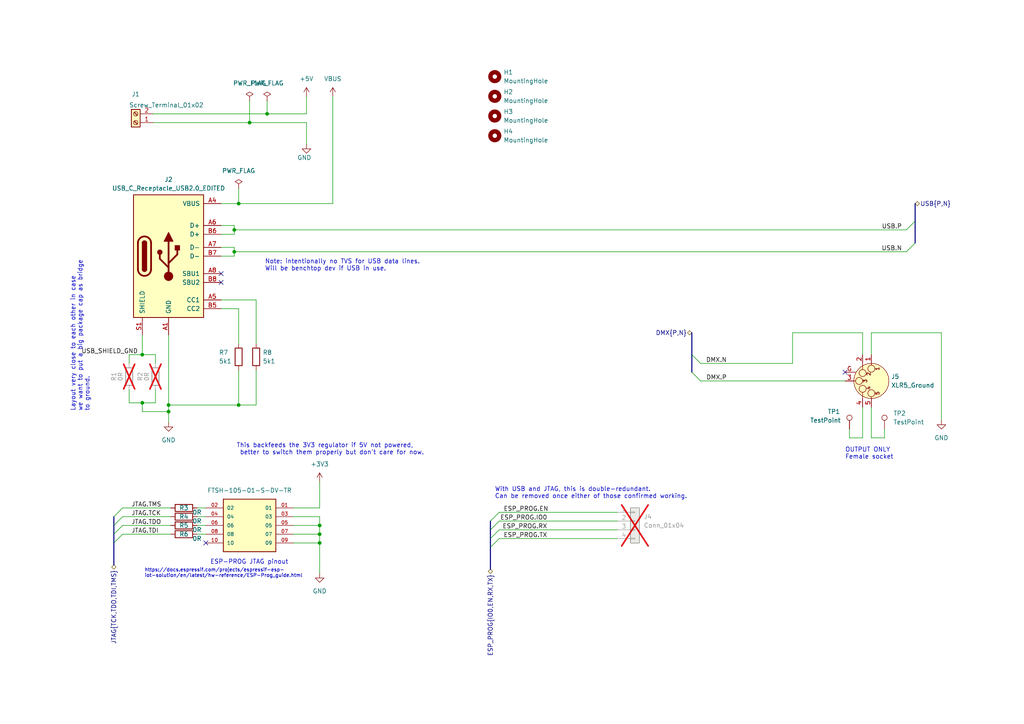
<source format=kicad_sch>
(kicad_sch (version 20230121) (generator eeschema)
  (paper "A4")
  (lib_symbols
    (symbol "Connector:Screw_Terminal_01x02" (pin_names (offset 1.016) hide)
      (property "Reference" "J" (at 0 2.54 0))
      (property "Value" "Screw_Terminal_01x02" (at 0 -5.08 0))
      (symbol "Screw_Terminal_01x02_1_1"
        (rectangle (start -1.27 1.27) (end 1.27 -3.81) (stroke (width 0.254)) (fill (type background)))
        (circle (center 0 -2.54) (radius 0.635) (stroke (width 0.1524)))
        (polyline (pts (xy -0.5334 -2.2098) (xy 0.3302 -3.048)) (stroke (width 0.1524)))
        (polyline (pts (xy -0.5334 0.3302) (xy 0.3302 -0.508)) (stroke (width 0.1524)))
        (polyline (pts (xy -0.3556 -2.032) (xy 0.508 -2.8702)) (stroke (width 0.1524)))
        (polyline (pts (xy -0.3556 0.508) (xy 0.508 -0.3302)) (stroke (width 0.1524)))
        (circle (center 0 0) (radius 0.635) (stroke (width 0.1524)))
        (pin passive line (at -5.08 0 0) (length 3.81) (name "Pin_1") (number "1"))
        (pin passive line (at -5.08 -2.54 0) (length 3.81) (name "Pin_2") (number "2"))
      )
    )
    (symbol "Connector:TestPoint" (pin_numbers hide) (pin_names (offset 0.762) hide)
      (property "Reference" "TP" (at 0 6.858 0))
      (property "Value" "TestPoint" (at 0 5.08 0))
      (symbol "TestPoint_0_1"
        (circle (center 0 3.302) (radius 0.762))
      )
      (symbol "TestPoint_1_1"
        (pin passive line (at 0 0 90) (length 2.54) (name "1") (number "1"))
      )
    )
    (symbol "Connector:USB_C_Receptacle_USB2.0_EDITED" (pin_names (offset 1.016))
      (property "Reference" "J" (at -10.16 19.05 0))
      (property "Value" "USB_C_Receptacle_USB2.0_EDITED" (at 19.05 19.05 0))
      (symbol "USB_C_Receptacle_USB2.0_EDITED_0_1"
        (rectangle (start -10.16 17.78) (end 10.16 -17.78) (stroke (width 0.254)) (fill (type background)))
        (arc (start -8.89 -3.81) (mid -6.985 -5.7067) (end -5.08 -3.81) (stroke (width 0.508)))
        (arc (start -7.62 -3.81) (mid -6.985 -4.4423) (end -6.35 -3.81) (stroke (width 0.254)))
        (arc (start -7.62 -3.81) (mid -6.985 -4.4423) (end -6.35 -3.81) (stroke (width 0.254)) (fill (type outline)))
        (rectangle (start -7.62 -3.81) (end -6.35 3.81) (stroke (width 0.254)) (fill (type outline)))
        (arc (start -6.35 3.81) (mid -6.985 4.4423) (end -7.62 3.81) (stroke (width 0.254)))
        (arc (start -6.35 3.81) (mid -6.985 4.4423) (end -7.62 3.81) (stroke (width 0.254)) (fill (type outline)))
        (arc (start -5.08 3.81) (mid -6.985 5.7067) (end -8.89 3.81) (stroke (width 0.508)))
        (circle (center -2.54 1.143) (radius 0.635) (stroke (width 0.254)) (fill (type outline)))
        (circle (center 0 -5.842) (radius 1.27) (fill (type outline)))
        (polyline (pts (xy -8.89 -3.81) (xy -8.89 3.81)) (stroke (width 0.508)))
        (polyline (pts (xy -5.08 3.81) (xy -5.08 -3.81)) (stroke (width 0.508)))
        (polyline (pts (xy 0 -5.842) (xy 0 4.318)) (stroke (width 0.508)))
        (polyline (pts (xy 0 -3.302) (xy -2.54 -0.762) (xy -2.54 0.508)) (stroke (width 0.508)))
        (polyline (pts (xy 0 -2.032) (xy 2.54 0.508) (xy 2.54 1.778)) (stroke (width 0.508)))
        (polyline (pts (xy -1.27 4.318) (xy 0 6.858) (xy 1.27 4.318) (xy -1.27 4.318)) (stroke (width 0.254)) (fill (type outline)))
        (rectangle (start 1.905 1.778) (end 3.175 3.048) (stroke (width 0.254)) (fill (type outline)))
      )
      (symbol "USB_C_Receptacle_USB2.0_EDITED_1_1"
        (pin passive line (at 0 -22.86 90) (length 5.08) (name "GND") (number "A1"))
        (pin passive line (at 0 -22.86 90) (length 5.08) hide (name "GND") (number "A12"))
        (pin passive line (at 15.24 15.24 180) (length 5.08) (name "VBUS") (number "A4"))
        (pin bidirectional line (at 15.24 -12.7 180) (length 5.08) (name "CC1") (number "A5"))
        (pin bidirectional line (at 15.24 8.89 180) (length 5.08) (name "D+") (number "A6"))
        (pin bidirectional line (at 15.24 2.54 180) (length 5.08) (name "D-") (number "A7"))
        (pin bidirectional line (at 15.24 -5.08 180) (length 5.08) (name "SBU1") (number "A8"))
        (pin passive line (at 15.24 15.24 180) (length 5.08) hide (name "VBUS") (number "A9"))
        (pin passive line (at 0 -22.86 90) (length 5.08) hide (name "GND") (number "B1"))
        (pin passive line (at 0 -22.86 90) (length 5.08) hide (name "GND") (number "B12"))
        (pin passive line (at 15.24 15.24 180) (length 5.08) hide (name "VBUS") (number "B4"))
        (pin bidirectional line (at 15.24 -15.24 180) (length 5.08) (name "CC2") (number "B5"))
        (pin bidirectional line (at 15.24 6.35 180) (length 5.08) (name "D+") (number "B6"))
        (pin bidirectional line (at 15.24 0 180) (length 5.08) (name "D-") (number "B7"))
        (pin bidirectional line (at 15.24 -7.62 180) (length 5.08) (name "SBU2") (number "B8"))
        (pin passive line (at 15.24 15.24 180) (length 5.08) hide (name "VBUS") (number "B9"))
        (pin passive line (at -7.62 -22.86 90) (length 5.08) (name "SHIELD") (number "S1"))
      )
    )
    (symbol "Connector_Audio:XLR5_Ground" (pin_names hide)
      (property "Reference" "J" (at 0 8.89 0))
      (property "Value" "XLR5_Ground" (at 0 6.35 0))
      (symbol "XLR5_Ground_0_1"
        (circle (center -3.556 0) (radius 1.016))
        (circle (center -2.286 -2.54) (radius 1.016))
        (circle (center 0 -3.556) (radius 1.016))
        (polyline (pts (xy -5.08 -2.54) (xy -4.445 -2.54)))
        (polyline (pts (xy -5.08 0) (xy -4.572 0)))
        (polyline (pts (xy -4.572 -2.54) (xy -3.302 -2.54)))
        (polyline (pts (xy -2.54 -5.08) (xy -2.54 -4.445)))
        (polyline (pts (xy 0 -5.08) (xy 0 -4.572)))
        (polyline (pts (xy 4.572 -2.54) (xy 3.302 -2.54)))
        (polyline (pts (xy 5.08 -2.54) (xy 4.445 -2.54)))
        (polyline (pts (xy 5.08 0) (xy 4.572 0)))
        (circle (center 0 0) (radius 5.08) (fill (type background)))
        (circle (center 2.286 -2.54) (radius 1.016))
        (circle (center 3.556 0) (radius 1.016))
        (text "1" (at -3.556 1.778 0) (effects (font (size 1.016 1.016) bold)))
        (text "2" (at -2.032 -0.762 0) (effects (font (size 1.016 1.016) bold)))
        (text "3" (at 0 -1.778 0) (effects (font (size 1.016 1.016) bold)))
        (text "4" (at 2.032 -0.762 0) (effects (font (size 1.016 1.016) bold)))
        (text "5" (at 3.556 1.778 0) (effects (font (size 1.016 1.016) bold)))
      )
      (symbol "XLR5_Ground_1_1"
        (pin passive line (at -7.62 0 0) (length 2.54) (name "P1") (number "1"))
        (pin passive line (at -7.62 -2.54 0) (length 2.54) (name "P2") (number "2"))
        (pin passive line (at 0 -7.62 90) (length 2.54) (name "P3") (number "3"))
        (pin passive line (at 7.62 -2.54 180) (length 2.54) (name "P3") (number "4"))
        (pin passive line (at 7.62 0 180) (length 2.54) (name "P5") (number "5"))
        (pin passive line (at -2.54 -7.62 90) (length 2.54) (name "~") (number "G"))
      )
    )
    (symbol "Connector_Generic:Conn_01x04" (pin_names (offset 1.016) hide)
      (property "Reference" "J" (at 0 5.08 0))
      (property "Value" "Conn_01x04" (at 0 -7.62 0))
      (symbol "Conn_01x04_1_1"
        (rectangle (start -1.27 -4.953) (end 0 -5.207) (stroke (width 0.1524)))
        (rectangle (start -1.27 -2.413) (end 0 -2.667) (stroke (width 0.1524)))
        (rectangle (start -1.27 0.127) (end 0 -0.127) (stroke (width 0.1524)))
        (rectangle (start -1.27 2.667) (end 0 2.413) (stroke (width 0.1524)))
        (rectangle (start -1.27 3.81) (end 1.27 -6.35) (stroke (width 0.254)) (fill (type background)))
        (pin passive line (at -5.08 2.54 0) (length 3.81) (name "Pin_1") (number "1"))
        (pin passive line (at -5.08 0 0) (length 3.81) (name "Pin_2") (number "2"))
        (pin passive line (at -5.08 -2.54 0) (length 3.81) (name "Pin_3") (number "3"))
        (pin passive line (at -5.08 -5.08 0) (length 3.81) (name "Pin_4") (number "4"))
      )
    )
    (symbol "Device:R" (pin_numbers hide) (pin_names (offset 0))
      (property "Reference" "R" (at 2.032 0 90))
      (property "Value" "R" (at 0 0 90))
      (symbol "R_0_1"
        (rectangle (start -1.016 -2.54) (end 1.016 2.54) (stroke (width 0.254)))
      )
      (symbol "R_1_1"
        (pin passive line (at 0 3.81 270) (length 1.27) (name "~") (number "1"))
        (pin passive line (at 0 -3.81 90) (length 1.27) (name "~") (number "2"))
      )
    )
    (symbol "FTSH-105-01-S-DV-TR:FTSH-105-01-S-DV-TR" (pin_names (offset 1.016))
      (property "Reference" "J" (at -8.12 7.62 0))
      (property "Value" "FTSH-105-01-S-DV-TR" (at -7.62 -10.16 0))
      (symbol "FTSH-105-01-S-DV-TR_0_0"
        (rectangle (start -7.62 -7.62) (end 7.62 7.62) (stroke (width 0.254)) (fill (type background)))
        (pin passive line (at -12.7 5.08 0) (length 5.08) (name "01") (number "01"))
        (pin passive line (at 12.7 5.08 180) (length 5.08) (name "02") (number "02"))
        (pin passive line (at -12.7 2.54 0) (length 5.08) (name "03") (number "03"))
        (pin passive line (at 12.7 2.54 180) (length 5.08) (name "04") (number "04"))
        (pin passive line (at -12.7 0 0) (length 5.08) (name "05") (number "05"))
        (pin passive line (at 12.7 0 180) (length 5.08) (name "06") (number "06"))
        (pin passive line (at -12.7 -2.54 0) (length 5.08) (name "07") (number "07"))
        (pin passive line (at 12.7 -2.54 180) (length 5.08) (name "08") (number "08"))
        (pin passive line (at -12.7 -5.08 0) (length 5.08) (name "09") (number "09"))
        (pin passive line (at 12.7 -5.08 180) (length 5.08) (name "10") (number "10"))
      )
    )
    (symbol "Mechanical:MountingHole" (pin_names (offset 1.016))
      (property "Reference" "H" (at 0 5.08 0))
      (property "Value" "MountingHole" (at 0 3.175 0))
      (symbol "MountingHole_0_1"
        (circle (center 0 0) (radius 1.27) (stroke (width 1.27)))
      )
    )
    (symbol "power:+3V3" (power) (pin_names (offset 0))
      (property "Value" "+3V3" (at 0 3.556 0))
      (symbol "+3V3_0_1"
        (polyline (pts (xy -0.762 1.27) (xy 0 2.54)))
        (polyline (pts (xy 0 0) (xy 0 2.54)))
        (polyline (pts (xy 0 2.54) (xy 0.762 1.27)))
      )
      (symbol "+3V3_1_1"
        (pin power_in line (at 0 0 90) (length 0) hide (name "+3V3") (number "1"))
      )
    )
    (symbol "power:+5V" (power) (pin_names (offset 0))
      (property "Value" "+5V" (at 0 3.556 0))
      (symbol "+5V_0_1"
        (polyline (pts (xy -0.762 1.27) (xy 0 2.54)))
        (polyline (pts (xy 0 0) (xy 0 2.54)))
        (polyline (pts (xy 0 2.54) (xy 0.762 1.27)))
      )
      (symbol "+5V_1_1"
        (pin power_in line (at 0 0 90) (length 0) hide (name "+5V") (number "1"))
      )
    )
    (symbol "power:GND" (power) (pin_names (offset 0))
      (property "Value" "GND" (at 0 -3.81 0))
      (symbol "GND_0_1"
        (polyline (pts (xy 0 0) (xy 0 -1.27) (xy 1.27 -1.27) (xy 0 -2.54) (xy -1.27 -1.27) (xy 0 -1.27)))
      )
      (symbol "GND_1_1"
        (pin power_in line (at 0 0 270) (length 0) hide (name "GND") (number "1"))
      )
    )
    (symbol "power:PWR_FLAG" (power) (pin_numbers hide) (pin_names (offset 0) hide)
      (property "Value" "PWR_FLAG" (at 0 3.81 0))
      (symbol "PWR_FLAG_0_0"
        (pin power_out line (at 0 0 90) (length 0) (name "pwr") (number "1"))
      )
      (symbol "PWR_FLAG_0_1"
        (polyline (pts (xy 0 0) (xy 0 1.27) (xy -1.016 1.905) (xy 0 2.54) (xy 1.016 1.905) (xy 0 1.27)))
      )
    )
    (symbol "power:VBUS" (power) (pin_names (offset 0))
      (property "Value" "VBUS" (at 0 3.81 0))
      (symbol "VBUS_0_1"
        (polyline (pts (xy -0.762 1.27) (xy 0 2.54)))
        (polyline (pts (xy 0 0) (xy 0 2.54)))
        (polyline (pts (xy 0 2.54) (xy 0.762 1.27)))
      )
      (symbol "VBUS_1_1"
        (pin power_in line (at 0 0 90) (length 0) hide (name "VBUS") (number "1"))
      )
    )
  )
  (junction (at 92.71 157.48))
  (junction (at 72.39 35.56))
  (junction (at 69.215 59.055))
  (junction (at 41.275 116.84))
  (junction (at 48.895 117.475))
  (junction (at 41.275 102.87))
  (junction (at 48.895 119.38))
  (junction (at 77.47 33.02))
  (junction (at 92.71 154.94))
  (junction (at 67.945 66.675))
  (junction (at 92.71 152.4))
  (junction (at 69.215 117.475))
  (junction (at 67.945 73.025))
  (no_connect (at 245.11 107.95))
  (no_connect (at 64.135 79.375))
  (no_connect (at 64.135 81.915))
  (no_connect (at 59.69 157.48))
  (bus_entry (at 33.02 152.4) (size 2.54 -2.54))
  (bus_entry (at 142.24 158.75) (size 2.54 -2.54))
  (bus_entry (at 265.43 64.135) (size -2.54 2.54))
  (bus_entry (at 33.02 157.48) (size 2.54 -2.54))
  (bus_entry (at 33.02 149.86) (size 2.54 -2.54))
  (bus_entry (at 142.24 153.67) (size 2.54 -2.54))
  (bus_entry (at 200.66 107.95) (size 2.54 2.54))
  (bus_entry (at 33.02 154.94) (size 2.54 -2.54))
  (bus_entry (at 142.24 156.21) (size 2.54 -2.54))
  (bus_entry (at 142.24 151.13) (size 2.54 -2.54))
  (bus_entry (at 200.66 102.87) (size 2.54 2.54))
  (bus_entry (at 265.43 70.485) (size -2.54 2.54))
  (wire (pts (xy 35.56 149.86) (xy 49.53 149.86)))
  (wire (pts (xy 67.945 74.295) (xy 67.945 73.025)))
  (wire (pts (xy 92.71 154.94) (xy 92.71 157.48)))
  (wire (pts (xy 57.15 152.4) (xy 59.69 152.4)))
  (wire (pts (xy 74.295 86.995) (xy 74.295 99.695)))
  (wire (pts (xy 37.465 102.87) (xy 37.465 105.41)))
  (wire (pts (xy 252.73 118.11) (xy 252.73 127)))
  (wire (pts (xy 77.47 29.21) (xy 77.47 33.02)))
  (bus (pts (xy 200.66 107.95) (xy 200.66 102.87)))
  (wire (pts (xy 57.15 147.32) (xy 59.69 147.32)))
  (wire (pts (xy 203.2 110.49) (xy 245.11 110.49)))
  (wire (pts (xy 35.56 152.4) (xy 49.53 152.4)))
  (wire (pts (xy 85.09 147.32) (xy 92.71 147.32)))
  (wire (pts (xy 67.945 71.755) (xy 64.135 71.755)))
  (wire (pts (xy 44.45 33.02) (xy 77.47 33.02)))
  (wire (pts (xy 67.945 73.025) (xy 262.89 73.025)))
  (wire (pts (xy 72.39 29.21) (xy 72.39 35.56)))
  (wire (pts (xy 69.215 107.315) (xy 69.215 117.475)))
  (wire (pts (xy 144.78 148.59) (xy 179.07 148.59)))
  (wire (pts (xy 64.135 67.945) (xy 67.945 67.945)))
  (bus (pts (xy 33.02 154.94) (xy 33.02 157.48)))
  (wire (pts (xy 44.45 35.56) (xy 72.39 35.56)))
  (wire (pts (xy 88.9 35.56) (xy 88.9 41.91)))
  (wire (pts (xy 85.09 152.4) (xy 92.71 152.4)))
  (bus (pts (xy 142.24 158.75) (xy 142.24 165.1)))
  (wire (pts (xy 67.945 67.945) (xy 67.945 66.675)))
  (wire (pts (xy 64.135 86.995) (xy 74.295 86.995)))
  (wire (pts (xy 67.945 66.675) (xy 67.945 65.405)))
  (wire (pts (xy 77.47 33.02) (xy 88.9 33.02)))
  (wire (pts (xy 37.465 102.87) (xy 41.275 102.87)))
  (wire (pts (xy 41.275 97.155) (xy 41.275 102.87)))
  (wire (pts (xy 69.215 89.535) (xy 69.215 99.695)))
  (wire (pts (xy 67.945 73.025) (xy 67.945 71.755)))
  (bus (pts (xy 33.02 149.86) (xy 33.02 152.4)))
  (bus (pts (xy 33.02 157.48) (xy 33.02 163.83)))
  (wire (pts (xy 37.465 116.84) (xy 41.275 116.84)))
  (wire (pts (xy 45.085 102.87) (xy 45.085 105.41)))
  (wire (pts (xy 67.945 66.675) (xy 262.89 66.675)))
  (wire (pts (xy 69.215 54.61) (xy 69.215 59.055)))
  (bus (pts (xy 265.43 64.135) (xy 265.43 70.485)))
  (wire (pts (xy 92.71 147.32) (xy 92.71 139.7)))
  (wire (pts (xy 252.73 102.87) (xy 252.73 96.52)))
  (bus (pts (xy 142.24 151.13) (xy 142.24 153.67)))
  (wire (pts (xy 250.19 118.11) (xy 250.19 127)))
  (wire (pts (xy 35.56 147.32) (xy 49.53 147.32)))
  (wire (pts (xy 85.09 154.94) (xy 92.71 154.94)))
  (wire (pts (xy 85.09 149.86) (xy 92.71 149.86)))
  (wire (pts (xy 229.87 96.52) (xy 250.19 96.52)))
  (wire (pts (xy 41.275 116.84) (xy 41.275 119.38)))
  (bus (pts (xy 33.02 152.4) (xy 33.02 154.94)))
  (wire (pts (xy 74.295 117.475) (xy 69.215 117.475)))
  (wire (pts (xy 250.19 96.52) (xy 250.19 102.87)))
  (wire (pts (xy 67.945 65.405) (xy 64.135 65.405)))
  (wire (pts (xy 252.73 127) (xy 256.54 127)))
  (wire (pts (xy 85.09 157.48) (xy 92.71 157.48)))
  (wire (pts (xy 92.71 157.48) (xy 92.71 166.37)))
  (wire (pts (xy 250.19 127) (xy 246.38 127)))
  (wire (pts (xy 144.78 153.67) (xy 179.07 153.67)))
  (wire (pts (xy 64.135 89.535) (xy 69.215 89.535)))
  (wire (pts (xy 41.275 119.38) (xy 48.895 119.38)))
  (wire (pts (xy 45.085 113.03) (xy 45.085 116.84)))
  (wire (pts (xy 57.15 154.94) (xy 59.69 154.94)))
  (wire (pts (xy 273.05 96.52) (xy 273.05 121.92)))
  (wire (pts (xy 48.895 117.475) (xy 69.215 117.475)))
  (wire (pts (xy 69.215 59.055) (xy 96.52 59.055)))
  (wire (pts (xy 229.87 105.41) (xy 229.87 96.52)))
  (wire (pts (xy 246.38 124.46) (xy 246.38 127)))
  (wire (pts (xy 41.275 102.87) (xy 45.085 102.87)))
  (wire (pts (xy 64.135 59.055) (xy 69.215 59.055)))
  (wire (pts (xy 57.15 149.86) (xy 59.69 149.86)))
  (wire (pts (xy 256.54 127) (xy 256.54 124.46)))
  (wire (pts (xy 88.9 27.94) (xy 88.9 33.02)))
  (wire (pts (xy 64.135 74.295) (xy 67.945 74.295)))
  (bus (pts (xy 142.24 153.67) (xy 142.24 156.21)))
  (wire (pts (xy 252.73 96.52) (xy 273.05 96.52)))
  (bus (pts (xy 142.24 156.21) (xy 142.24 158.75)))
  (wire (pts (xy 96.52 27.94) (xy 96.52 59.055)))
  (wire (pts (xy 229.87 105.41) (xy 203.2 105.41)))
  (bus (pts (xy 265.43 59.055) (xy 265.43 64.135)))
  (wire (pts (xy 72.39 35.56) (xy 88.9 35.56)))
  (bus (pts (xy 200.66 102.87) (xy 200.66 96.52)))
  (wire (pts (xy 48.895 97.155) (xy 48.895 117.475)))
  (wire (pts (xy 144.78 156.21) (xy 179.07 156.21)))
  (wire (pts (xy 35.56 154.94) (xy 49.53 154.94)))
  (wire (pts (xy 144.78 151.13) (xy 179.07 151.13)))
  (wire (pts (xy 74.295 107.315) (xy 74.295 117.475)))
  (wire (pts (xy 48.895 122.555) (xy 48.895 119.38)))
  (wire (pts (xy 37.465 113.03) (xy 37.465 116.84)))
  (wire (pts (xy 92.71 149.86) (xy 92.71 152.4)))
  (wire (pts (xy 48.895 117.475) (xy 48.895 119.38)))
  (wire (pts (xy 45.085 116.84) (xy 41.275 116.84)))
  (wire (pts (xy 92.71 152.4) (xy 92.71 154.94)))
  (text "This backfeeds the 3V3 regulator if 5V not powered,\n better to switch them properly but don't care for now." (at 68.58 132.08 0) (effects (font (size 1.27 1.27)) (justify left bottom)))
  (text "ESP-PROG JTAG pinout" (at 60.96 163.83 0) (effects (font (size 1.27 1.27)) (justify left bottom)))
  (text "With USB and JTAG, this is double-redundant.\nCan be removed once either of those confirmed working." (at 143.51 144.78 0) (effects (font (size 1.27 1.27)) (justify left bottom)))
  (text "Note: intentionally no TVS for USB data lines.\nWill be benchtop dev if USB in use." (at 76.835 78.74 0) (effects (font (size 1.27 1.27)) (justify left bottom)))
  (text "https://docs.espressif.com/projects/espressif-esp-\niot-solution/en/latest/hw-reference/ESP-Prog_guide.html" (at 41.91 167.64 0) (effects (font (size 1 1)) (justify left bottom)))
  (text "Layout very close to each other in case\nwe want to put a big package cap as bridge\nto ground." (at 26.035 119.38 90) (effects (font (size 1.27 1.27)) (justify left bottom)))
  (text "OUTPUT ONLY\nFemale socket" (at 245.11 133.35 0) (effects (font (size 1.27 1.27)) (justify left bottom)))
  (label "JTAG.TDI" (at 38.1 154.94 0))
  (label "USB_SHIELD_GND" (at 40.005 102.87 180))
  (label "JTAG.TDO" (at 38.1 152.4 0))
  (label "ESP_PROG.IO0" (at 158.75 151.13 180))
  (label "ESP_PROG.TX" (at 158.75 156.21 180))
  (label "JTAG.TCK" (at 38.1 149.86 0))
  (label "ESP_PROG.RX" (at 158.75 153.67 180))
  (label "USB.N" (at 261.62 73.025 180))
  (label "DMX.P" (at 210.82 110.49 180))
  (label "JTAG.TMS" (at 38.1 147.32 0))
  (label "ESP_PROG.EN" (at 146.05 148.59 0))
  (label "USB.P" (at 261.62 66.675 180))
  (label "DMX.N" (at 210.82 105.41 180))
  (hierarchical_label "ESP_PROG{IO0,EN,RX,TX}" (shape bidirectional) (at 142.24 165.1 270))
  (hierarchical_label "USB{P,N}" (shape bidirectional) (at 265.43 59.055 0))
  (hierarchical_label "DMX{P,N}" (shape bidirectional) (at 200.66 96.52 180))
  (hierarchical_label "JTAG{TCK,TDO,TDI,TMS}" (shape bidirectional) (at 33.02 163.83 270))
  (symbol (lib_id "Connector:TestPoint") (at 246.38 124.46 0) (unit 1)
    (property "Reference" "TP1" (at 240.03 119.38 0) (effects (justify left)))
    (property "Value" "TestPoint" (at 234.95 121.92 0) (effects (justify left)))
    (property "Footprint" "TestPoint:TestPoint_Pad_D1.0mm" (effects hide))
  )
  (symbol (lib_id "Device:R") (at 53.34 154.94 90) (unit 1)
    (property "Reference" "R6" (at 53.34 154.94 90))
    (property "Value" "0R" (at 57.15 156.21 90))
    (property "Footprint" "Resistor_SMD:R_0603_1608Metric" (effects hide))
  )
  (symbol (lib_id "Device:R") (at 53.34 149.86 90) (unit 1)
    (property "Reference" "R4" (at 53.34 149.86 90))
    (property "Value" "0R" (at 57.15 151.13 90))
    (property "Footprint" "Resistor_SMD:R_0603_1608Metric" (effects hide))
  )
  (symbol (lib_id "Mechanical:MountingHole") (at 143.51 39.37 0) (unit 1)
    (property "Reference" "H4" (at 146.05 38.1 0) (effects (justify left)))
    (property "Value" "MountingHole" (at 146.05 40.64 0) (effects (justify left)))
    (property "Footprint" "MountingHole:MountingHole_3.2mm_M3" (effects hide))
  )
  (symbol (lib_id "Device:R") (at 45.085 109.22 180) (unit 1) (in_bom no) (dnp yes)
    (property "Reference" "R2" (at 40.64 109.22 90))
    (property "Value" "0R" (at 42.545 109.22 90))
    (property "Footprint" "Resistor_SMD:R_0603_1608Metric" (effects hide))
    (instances (project "button-board" (path "" (reference "R2") (unit 1))) (project "esp-ethernet-hw" (path "" (reference "R47") (unit 1))))
  )
  (symbol (lib_id "FTSH-105-01-S-DV-TR:FTSH-105-01-S-DV-TR") (at 72.39 152.4 0) (mirror y) (unit 1)
    (property "Reference" "J3" (at 71.12 213.36 0))
    (property "Value" "FTSH-105-01-S-DV-TR" (at 72.39 142.24 0))
    (property "Footprint" "FTSH-105-01-S-DV-TR:SAMTEC_FTSH-105-01-S-DV-TR" (effects hide))
    (property "Link" "https://www.digikey.de/en/products/detail/samtec-inc/FTSH-105-01-S-DV-TR/7432340?s=N4IgTCBcDaIGIBUDKAJAtARgAwFY1YzSTQBEA1NBAJRAF0BfIA" (effects hide))
    (property "MPN" "FTSH-105-01-S-DV-TR" (effects hide))
  )
  (symbol (lib_id "power:GND") (at 92.71 166.37 0) (unit 1)
    (property "Reference" "#PWR05" (effects hide))
    (property "Value" "GND" (at 92.71 171.45 0))
  )
  (symbol (lib_id "power:+5V") (at 88.9 27.94 0) (unit 1)
    (property "Reference" "#PWR02" (effects hide))
    (property "Value" "+5V" (at 88.9 22.86 0))
  )
  (symbol (lib_id "power:VBUS") (at 96.52 27.94 0) (unit 1)
    (property "Reference" "#PWR06" (effects hide))
    (property "Value" "VBUS" (at 96.52 22.86 0))
    (instances (project "button-board" (path "" (reference "#PWR06") (unit 1))) (project "esp-ethernet-hw" (path "" (reference "#PWR0101") (unit 1))))
  )
  (symbol (lib_id "power:GND") (at 273.05 121.92 0) (unit 1)
    (property "Reference" "#PWR07" (effects hide))
    (property "Value" "GND" (at 273.05 127 0))
  )
  (symbol (lib_id "Device:R") (at 69.215 103.505 0) (unit 1)
    (property "Reference" "R7" (at 63.5 102.235 0) (effects (justify left)))
    (property "Value" "5k1" (at 63.5 104.775 0) (effects (justify left)))
    (property "Footprint" "Resistor_SMD:R_0603_1608Metric" (effects hide))
    (property "Link" "https://www.digikey.de/en/products/detail/yageo/RT0603DRD075K1L/1035586" (effects hide))
    (property "MPN" "RT0603DRD075K1L" (effects hide))
    (instances (project "button-board" (path "" (reference "R7") (unit 1))) (project "esp-ethernet-hw" (path "" (reference "R20") (unit 1))))
  )
  (symbol (lib_id "power:PWR_FLAG") (at 69.215 54.61 0) (unit 1)
    (property "Reference" "#FLG01" (effects hide))
    (property "Value" "PWR_FLAG" (at 69.215 49.53 0))
  )
  (symbol (lib_id "Device:R") (at 53.34 147.32 90) (unit 1)
    (property "Reference" "R3" (at 53.34 147.32 90))
    (property "Value" "0R" (at 57.15 148.59 90))
    (property "Footprint" "Resistor_SMD:R_0603_1608Metric" (effects hide))
  )
  (symbol (lib_id "Mechanical:MountingHole") (at 143.51 33.655 0) (unit 1)
    (property "Reference" "H3" (at 146.05 32.385 0) (effects (justify left)))
    (property "Value" "MountingHole" (at 146.05 34.925 0) (effects (justify left)))
    (property "Footprint" "MountingHole:MountingHole_3.2mm_M3" (effects hide))
  )
  (symbol (lib_id "power:GND") (at 88.9 41.91 0) (unit 1)
    (property "Reference" "#PWR03" (effects hide))
    (property "Value" "GND" (at 88.265 45.72 0))
  )
  (symbol (lib_id "Connector:USB_C_Receptacle_USB2.0_EDITED") (at 48.895 74.295 0) (unit 1)
    (property "Reference" "J2" (at 48.895 52.07 0))
    (property "Value" "USB_C_Receptacle_USB2.0_EDITED" (at 48.895 54.61 0))
    (property "Footprint" "GSB1C41110SSHR:AMPHENOL_GSB1C41110SSHR" (effects hide))
    (property "Datasheet" "https://www.usb.org/sites/default/files/documents/usb_type-c.zip" (effects hide))
    (property "MPN" "GSB1C41110SSHR" (effects hide))
    (property "Link" "https://www.digikey.de/en/products/detail/amphenol-cs-commercial-products/GSB1C41110SSHR/21623839" (effects hide))
  )
  (symbol (lib_id "Device:R") (at 53.34 152.4 90) (unit 1)
    (property "Reference" "R5" (at 53.34 152.4 90))
    (property "Value" "0R" (at 57.15 153.67 90))
    (property "Footprint" "Resistor_SMD:R_0603_1608Metric" (effects hide))
  )
  (symbol (lib_id "Connector:TestPoint") (at 256.54 124.46 0) (unit 1)
    (property "Reference" "TP2" (at 259.08 119.888 0) (effects (justify left)))
    (property "Value" "TestPoint" (at 259.08 122.428 0) (effects (justify left)))
    (property "Footprint" "TestPoint:TestPoint_Pad_D1.0mm" (effects hide))
  )
  (symbol (lib_id "Connector:Screw_Terminal_01x02") (at 39.37 35.56 180) (unit 1)
    (property "Reference" "J1" (at 39.37 27.305 0))
    (property "Value" "Screw_Terminal_01x02" (at 48.26 30.48 0))
    (property "Footprint" "Connector_PinHeader_2.54mm:PinHeader_1x02_P2.54mm_Horizontal" (effects hide))
  )
  (symbol (lib_id "Mechanical:MountingHole") (at 143.51 22.225 0) (unit 1)
    (property "Reference" "H1" (at 146.05 20.955 0) (effects (justify left)))
    (property "Value" "MountingHole" (at 146.05 23.495 0) (effects (justify left)))
    (property "Footprint" "MountingHole:MountingHole_3.2mm_M3" (effects hide))
  )
  (symbol (lib_id "Mechanical:MountingHole") (at 143.51 27.94 0) (unit 1)
    (property "Reference" "H2" (at 146.05 26.67 0) (effects (justify left)))
    (property "Value" "MountingHole" (at 146.05 29.21 0) (effects (justify left)))
    (property "Footprint" "MountingHole:MountingHole_3.2mm_M3" (effects hide))
  )
  (symbol (lib_id "power:+3V3") (at 92.71 139.7 0) (unit 1)
    (property "Reference" "#PWR04" (effects hide))
    (property "Value" "+3V3" (at 92.71 134.62 0))
  )
  (symbol (lib_id "Connector_Generic:Conn_01x04") (at 184.15 151.13 0) (unit 1) (dnp yes)
    (property "Reference" "J4" (at 186.69 149.86 0) (effects (justify left)))
    (property "Value" "Conn_01x04" (at 186.69 152.4 0) (effects (justify left)))
    (property "Footprint" "Connector_PinHeader_1.27mm:PinHeader_1x04_P1.27mm_Vertical" (effects hide))
  )
  (symbol (lib_id "Device:R") (at 74.295 103.505 0) (unit 1)
    (property "Reference" "R8" (at 76.2 102.235 0) (effects (justify left)))
    (property "Value" "5k1" (at 76.2 104.775 0) (effects (justify left)))
    (property "Footprint" "Resistor_SMD:R_0603_1608Metric" (effects hide))
    (property "Link" "https://www.digikey.de/en/products/detail/yageo/RT0603DRD075K1L/1035586" (effects hide))
    (property "MPN" "RT0603DRD075K1L" (effects hide))
    (instances (project "button-board" (path "" (reference "R8") (unit 1))) (project "esp-ethernet-hw" (path "" (reference "R21") (unit 1))))
  )
  (symbol (lib_id "power:PWR_FLAG") (at 72.39 29.21 0) (unit 1)
    (property "Reference" "#FLG02" (effects hide))
    (property "Value" "PWR_FLAG" (at 72.39 24.13 0))
  )
  (symbol (lib_id "power:GND") (at 48.895 122.555 0) (unit 1)
    (property "Reference" "#PWR01" (effects hide))
    (property "Value" "GND" (at 48.895 127.635 0))
    (instances (project "button-board" (path "" (reference "#PWR01") (unit 1))) (project "esp-ethernet-hw" (path "" (reference "#PWR0102") (unit 1))))
  )
  (symbol (lib_id "Connector_Audio:XLR5_Ground") (at 252.73 110.49 270) (unit 1)
    (property "Reference" "J5" (at 258.445 109.22 90) (effects (justify left)))
    (property "Value" "XLR5_Ground" (at 258.445 111.76 90) (effects (justify left)))
    (property "Footprint" "NC5FAH:NEUTRIK_NC5FAH" (effects hide))
    (property "Datasheet" " ~" (effects hide))
    (property "MPN" "AC5FAV-AU-B" (effects hide))
    (property "Link" "https://www.digikey.de/en/products/detail/amphenol-sine-systems-corp/AC5FAV-AU-B/10443110" (effects hide))
  )
  (symbol (lib_id "power:PWR_FLAG") (at 77.47 29.21 0) (unit 1)
    (property "Reference" "#FLG03" (effects hide))
    (property "Value" "PWR_FLAG" (at 77.47 24.13 0))
  )
  (symbol (lib_id "Device:R") (at 37.465 109.22 180) (unit 1) (in_bom no) (dnp yes)
    (property "Reference" "R1" (at 33.02 109.22 90))
    (property "Value" "0R" (at 34.925 109.22 90))
    (property "Footprint" "Resistor_SMD:R_0603_1608Metric" (effects hide))
    (instances (project "button-board" (path "" (reference "R1") (unit 1))) (project "esp-ethernet-hw" (path "" (reference "R46") (unit 1))))
  )
)
</source>
